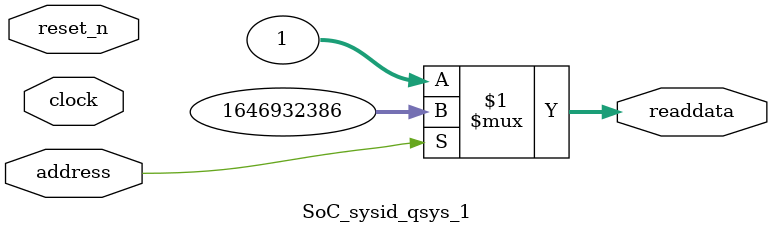
<source format=v>

`timescale 1ns / 1ps
// synthesis translate_on

// turn off superfluous verilog processor warnings 
// altera message_level Level1 
// altera message_off 10034 10035 10036 10037 10230 10240 10030 

module SoC_sysid_qsys_1 (
               // inputs:
                address,
                clock,
                reset_n,

               // outputs:
                readdata
             )
;

  output  [ 31: 0] readdata;
  input            address;
  input            clock;
  input            reset_n;

  wire    [ 31: 0] readdata;
  //control_slave, which is an e_avalon_slave
  assign readdata = address ? 1646932386 : 1;

endmodule




</source>
